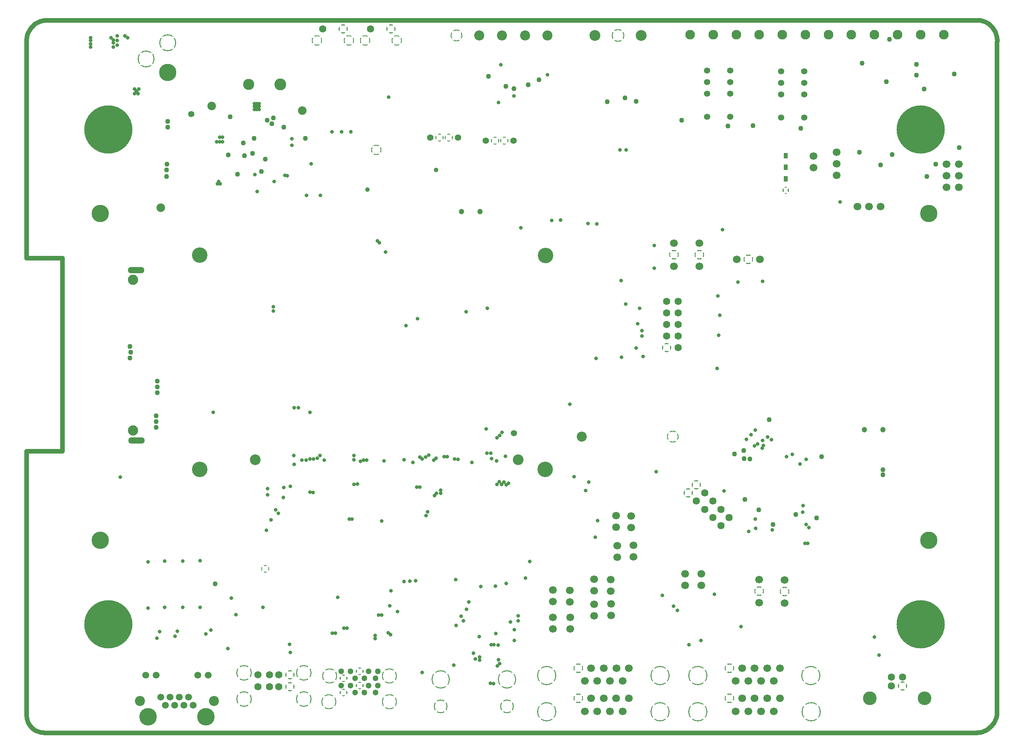
<source format=gbr>
%FSTAX23Y23*%
%MOIN*%
%SFA1B1*%

%IPPOS*%
%AMD154*
1,1,0.145669,0.000000,0.000000*
1,0,0.129921,0.000000,0.000000*
4,0,4,0.044500,0.058400,-0.058400,-0.044500,-0.044500,-0.058400,0.058400,0.044500,0.044500,0.058400,0.0*
4,0,4,-0.044500,0.058400,0.058400,-0.044500,0.044500,-0.058400,-0.058400,0.044500,-0.044500,0.058400,0.0*
%
%AMD155*
1,1,0.082677,0.000000,0.000000*
1,0,0.066929,0.000000,0.000000*
4,0,4,0.022300,0.036100,-0.036100,-0.022300,-0.022300,-0.036100,0.036100,0.022300,0.022300,0.036100,0.0*
4,0,4,-0.022300,0.036100,0.036100,-0.022300,0.022300,-0.036100,-0.036100,0.022300,-0.022300,0.036100,0.0*
%
%AMD157*
1,1,0.078740,0.000000,0.000000*
1,0,0.062992,0.000000,0.000000*
4,0,4,0.020900,0.034700,-0.034700,-0.020900,-0.020900,-0.034700,0.034700,0.020900,0.020900,0.034700,0.0*
4,0,4,-0.020900,0.034700,0.034700,-0.020900,0.020900,-0.034700,-0.034700,0.020900,-0.020900,0.034700,0.0*
%
%AMD159*
1,1,0.109370,0.000000,0.000000*
1,0,0.093622,0.000000,0.000000*
4,0,4,0.031700,0.045500,-0.045500,-0.031700,-0.031700,-0.045500,0.045500,0.031700,0.031700,0.045500,0.0*
4,0,4,-0.031700,0.045500,0.045500,-0.031700,0.031700,-0.045500,-0.045500,0.031700,-0.031700,0.045500,0.0*
%
%AMD160*
1,1,0.070866,0.000000,0.000000*
1,0,0.055118,0.000000,0.000000*
4,0,4,0.018100,0.032000,-0.032000,-0.018100,-0.018100,-0.032000,0.032000,0.018100,0.018100,0.032000,0.0*
4,0,4,-0.018100,0.032000,0.032000,-0.018100,0.018100,-0.032000,-0.032000,0.018100,-0.018100,0.032000,0.0*
%
%AMD165*
1,1,0.165354,0.000000,0.000000*
1,0,0.149606,0.000000,0.000000*
4,0,4,0.051500,0.065300,-0.065300,-0.051500,-0.051500,-0.065300,0.065300,0.051500,0.051500,0.065300,0.0*
4,0,4,-0.051500,0.065300,0.065300,-0.051500,0.051500,-0.065300,-0.065300,0.051500,-0.051500,0.065300,0.0*
%
%AMD166*
1,1,0.102362,0.000000,0.000000*
1,0,0.086614,0.000000,0.000000*
4,0,4,0.029200,0.043100,-0.043100,-0.029200,-0.029200,-0.043100,0.043100,0.029200,0.029200,0.043100,0.0*
4,0,4,-0.029200,0.043100,0.043100,-0.029200,0.029200,-0.043100,-0.043100,0.029200,-0.029200,0.043100,0.0*
%
%AMD168*
1,1,0.129921,0.000000,0.000000*
1,0,0.114173,0.000000,0.000000*
4,0,4,0.039000,0.052800,-0.052800,-0.039000,-0.039000,-0.052800,0.052800,0.039000,0.039000,0.052800,0.0*
4,0,4,-0.039000,0.052800,0.052800,-0.039000,0.039000,-0.052800,-0.052800,0.039000,-0.039000,0.052800,0.0*
%
%AMD169*
1,1,0.066929,0.000000,0.000000*
1,0,0.051181,0.000000,0.000000*
4,0,4,0.016700,0.030500,-0.030500,-0.016700,-0.016700,-0.030500,0.030500,0.016700,0.016700,0.030500,0.0*
4,0,4,-0.016700,0.030500,0.030500,-0.016700,0.016700,-0.030500,-0.030500,0.016700,-0.016700,0.030500,0.0*
%
%AMD171*
4,1,4,0.025600,-0.030600,-0.025500,-0.030600,-0.025500,0.030700,0.025600,0.030700,0.025600,-0.030600,0.0*
4,0,4,0.017800,-0.022800,-0.017700,-0.022800,-0.017700,0.022900,0.017800,0.022900,0.017800,-0.022800,0.0*
20,0,0.019685,0.000000,-0.005000,0.051100,-0.056200,0.0*
20,0,0.019685,0.000000,0.005000,-0.051100,0.056200,0.0*
20,0,0.019685,0.000000,-0.005000,-0.051100,-0.056200,0.0*
20,0,0.019685,0.000000,0.005000,0.051100,0.056200,0.0*
%
%AMD175*
1,1,0.090551,0.000000,0.000000*
1,0,0.074803,0.000000,0.000000*
4,0,4,0.025000,0.038900,-0.038900,-0.025000,-0.025000,-0.038900,0.038900,0.025000,0.025000,0.038900,0.0*
4,0,4,-0.025000,0.038900,0.038900,-0.025000,0.025000,-0.038900,-0.038900,0.025000,-0.025000,0.038900,0.0*
%
%AMD179*
1,1,0.079370,0.000000,0.000000*
1,0,0.063622,0.000000,0.000000*
4,0,4,0.021100,0.034900,-0.034900,-0.021100,-0.021100,-0.034900,0.034900,0.021100,0.021100,0.034900,0.0*
4,0,4,-0.021100,0.034900,0.034900,-0.021100,0.021100,-0.034900,-0.034900,0.021100,-0.021100,0.034900,0.0*
%
%AMD180*
1,1,0.133858,0.000000,0.000000*
1,0,0.118110,0.000000,0.000000*
4,0,4,0.040400,0.054200,-0.054200,-0.040400,-0.040400,-0.054200,0.054200,0.040400,0.040400,0.054200,0.0*
4,0,4,-0.040400,0.054200,0.054200,-0.040400,0.040400,-0.054200,-0.054200,0.040400,-0.040400,0.054200,0.0*
%
%AMD182*
1,1,0.089370,0.000000,0.000000*
1,0,0.073622,0.000000,0.000000*
4,0,4,0.024600,0.038500,-0.038500,-0.024600,-0.024600,-0.038500,0.038500,0.024600,0.024600,0.038500,0.0*
4,0,4,-0.024600,0.038500,0.038500,-0.024600,0.024600,-0.038500,-0.038500,0.024600,-0.024600,0.038500,0.0*
%
%AMD184*
1,1,0.118110,0.000000,0.000000*
1,0,0.102362,0.000000,0.000000*
4,0,4,0.034800,0.048600,-0.048600,-0.034800,-0.034800,-0.048600,0.048600,0.034800,0.034800,0.048600,0.0*
4,0,4,-0.034800,0.048600,0.048600,-0.034800,0.034800,-0.048600,-0.048600,0.034800,-0.034800,0.048600,0.0*
%
%AMD185*
1,1,0.157480,0.000000,0.000000*
1,0,0.141732,0.000000,0.000000*
4,0,4,0.048700,0.062600,-0.062600,-0.048700,-0.048700,-0.062600,0.062600,0.048700,0.048700,0.062600,0.0*
4,0,4,-0.048700,0.062600,0.062600,-0.048700,0.048700,-0.062600,-0.062600,0.048700,-0.048700,0.062600,0.0*
%
%AMD186*
1,1,0.069370,0.000000,0.000000*
1,0,0.053622,0.000000,0.000000*
4,0,4,0.017500,0.031400,-0.031400,-0.017500,-0.017500,-0.031400,0.031400,0.017500,0.017500,0.031400,0.0*
4,0,4,-0.017500,0.031400,0.031400,-0.017500,0.017500,-0.031400,-0.031400,0.017500,-0.017500,0.031400,0.0*
%
%ADD115C,0.066929*%
%ADD117C,0.149606*%
%ADD118C,0.062992*%
%ADD120C,0.055118*%
%ADD137C,0.051181*%
%ADD144C,0.118110*%
%ADD153C,0.039370*%
G04~CAMADD=154~12~0.0~0.0~0.0~0.0~0.0~0.0~0~1456.7~1299.2~0.0~45.0~4~196.8~0.0~0.0~0.0~0~0.0~0.0~0.0~0.0~1456.7~1456.7*
%ADD154D154*%
G04~CAMADD=155~12~0.0~0.0~0.0~0.0~0.0~0.0~0~826.8~669.3~0.0~45.0~4~196.8~0.0~0.0~0.0~0~0.0~0.0~0.0~0.0~826.8~826.8*
%ADD155D155*%
%ADD156C,0.092622*%
G04~CAMADD=157~12~0.0~0.0~0.0~0.0~0.0~0.0~0~787.4~629.9~0.0~45.0~4~196.8~0.0~0.0~0.0~0~0.0~0.0~0.0~0.0~787.4~787.4*
%ADD157D157*%
%ADD158C,0.093622*%
G04~CAMADD=159~12~0.0~0.0~0.0~0.0~0.0~0.0~0~1093.7~936.2~0.0~45.0~4~196.8~0.0~0.0~0.0~0~0.0~0.0~0.0~0.0~1093.7~1093.7*
%ADD159D159*%
G04~CAMADD=160~12~0.0~0.0~0.0~0.0~0.0~0.0~0~708.7~551.2~0.0~45.0~4~196.8~0.0~0.0~0.0~0~0.0~0.0~0.0~0.0~708.7~708.7*
%ADD160D160*%
%ADD161C,0.088622*%
%ADD162O,0.143622X0.053622*%
%ADD163C,0.102362*%
%ADD164C,0.096457*%
G04~CAMADD=165~12~0.0~0.0~0.0~0.0~0.0~0.0~0~1653.5~1496.1~0.0~45.0~4~196.8~0.0~0.0~0.0~0~0.0~0.0~0.0~0.0~1653.5~1653.5*
%ADD165D165*%
G04~CAMADD=166~12~0.0~0.0~0.0~0.0~0.0~0.0~0~1023.6~866.1~0.0~45.0~4~196.8~0.0~0.0~0.0~0~0.0~0.0~0.0~0.0~1023.6~1023.6*
%ADD166D166*%
%ADD167C,0.086614*%
G04~CAMADD=168~12~0.0~0.0~0.0~0.0~0.0~0.0~0~1299.2~1141.7~0.0~45.0~4~196.8~0.0~0.0~0.0~0~0.0~0.0~0.0~0.0~1299.2~1299.2*
%ADD168D168*%
G04~CAMADD=169~12~0.0~0.0~0.0~0.0~0.0~0.0~0~669.3~511.8~0.0~45.0~4~196.8~0.0~0.0~0.0~0~0.0~0.0~0.0~0.0~669.3~669.3*
%ADD169D169*%
%ADD170R,0.035433X0.045622*%
%ADD171D171*%
%ADD172C,0.043307*%
%ADD173C,0.083622*%
%ADD174C,0.047244*%
G04~CAMADD=175~12~0.0~0.0~0.0~0.0~0.0~0.0~0~905.5~748.0~0.0~45.0~4~196.8~0.0~0.0~0.0~0~0.0~0.0~0.0~0.0~905.5~905.5*
%ADD175D175*%
%ADD176C,0.059055*%
%ADD177C,0.151575*%
%ADD178C,0.063622*%
G04~CAMADD=179~12~0.0~0.0~0.0~0.0~0.0~0.0~0~793.7~636.2~0.0~45.0~4~196.8~0.0~0.0~0.0~0~0.0~0.0~0.0~0.0~793.7~793.7*
%ADD179D179*%
G04~CAMADD=180~12~0.0~0.0~0.0~0.0~0.0~0.0~0~1338.6~1181.1~0.0~45.0~4~196.8~0.0~0.0~0.0~0~0.0~0.0~0.0~0.0~1338.6~1338.6*
%ADD180D180*%
%ADD181C,0.073622*%
G04~CAMADD=182~12~0.0~0.0~0.0~0.0~0.0~0.0~0~893.7~736.2~0.0~45.0~4~196.8~0.0~0.0~0.0~0~0.0~0.0~0.0~0.0~893.7~893.7*
%ADD182D182*%
%ADD183C,0.053622*%
G04~CAMADD=184~12~0.0~0.0~0.0~0.0~0.0~0.0~0~1181.1~1023.6~0.0~45.0~4~196.8~0.0~0.0~0.0~0~0.0~0.0~0.0~0.0~1181.1~1181.1*
%ADD184D184*%
G04~CAMADD=185~12~0.0~0.0~0.0~0.0~0.0~0.0~0~1574.8~1417.3~0.0~45.0~4~196.8~0.0~0.0~0.0~0~0.0~0.0~0.0~0.0~1574.8~1574.8*
%ADD185D185*%
G04~CAMADD=186~12~0.0~0.0~0.0~0.0~0.0~0.0~0~693.7~536.2~0.0~45.0~4~196.8~0.0~0.0~0.0~0~0.0~0.0~0.0~0.0~693.7~693.7*
%ADD186D186*%
%ADD187C,0.053622*%
%ADD188C,0.133858*%
%ADD189C,0.149606*%
%ADD190C,0.417323*%
%ADD191C,0.031496*%
%ADD192C,0.043307*%
%ADD193C,0.038622*%
%LNsyncbox_copper_plane_1-1*%
%LPD*%
G54D115*
X0633Y01321D03*
Y01121D03*
X06549Y01319D03*
Y01119D03*
X05814Y04231D03*
Y04031D03*
X05593Y04231D03*
Y04031D03*
X06136Y04092D03*
X06336D03*
X0718Y0455D03*
X0728D03*
X0738D03*
X0795Y04915D03*
Y04815D03*
Y04715D03*
X08055Y04915D03*
Y04815D03*
Y04715D03*
X07Y0502D03*
Y0492D03*
Y0482D03*
X04697Y00996D03*
Y00896D03*
X05222Y01771D03*
Y01871D03*
X05093Y01774D03*
Y01874D03*
X04548Y00994D03*
Y00894D03*
X0505Y01111D03*
Y01011D03*
X04694Y01129D03*
Y01229D03*
X04547Y01132D03*
Y01232D03*
X04903Y01008D03*
Y01108D03*
X05242Y01618D03*
Y01518D03*
X05104Y01617D03*
Y01517D03*
X0583Y01272D03*
Y01372D03*
X0569Y01273D03*
Y01373D03*
X05048Y01223D03*
Y01323D03*
X04903Y01325D03*
Y01225D03*
X068Y04985D03*
Y04885D03*
X0504Y00445D03*
X04931D03*
X04822D03*
X05204Y00295D03*
X05094D03*
X04985D03*
X04876D03*
X05149Y00183D03*
X0504D03*
X04931D03*
X04822D03*
X05204Y00557D03*
X05095D03*
X04985D03*
X04876D03*
X05149Y00445D03*
X06346D03*
X06237D03*
X06128D03*
X0651Y00295D03*
X064D03*
X06291D03*
X06182D03*
X06455Y00183D03*
X06346D03*
X06237D03*
X06128D03*
X0651Y00557D03*
X06401D03*
X06291D03*
X06182D03*
X06455Y00445D03*
G54D117*
X01215Y05709D03*
G54D118*
X0553Y0373D03*
Y0363D03*
Y0353D03*
Y0343D03*
X0563Y0373D03*
Y0363D03*
Y0353D03*
Y0343D03*
Y0333D03*
X07472Y00401D03*
Y0048D03*
X07571D03*
X02556Y06084D03*
X02971D03*
X01997Y005D03*
X02096D03*
X02175D03*
Y00397D03*
X02096D03*
X01997D03*
G54D120*
X03725Y05145D03*
X03488D03*
X04205Y0512D03*
X03968D03*
G54D137*
X03013Y00345D03*
X02915D03*
X02836D03*
X02718Y00404D03*
X02796D03*
X02954D03*
X03033D03*
Y0053D03*
X02954D03*
X02796D03*
X02718D03*
X02836Y0047D03*
X02915D03*
X03013D03*
G54D144*
X07285Y00295D03*
X07759D03*
G54D153*
X-00003Y0015D02*
D01*
X-00003Y00149*
Y00149*
Y00149*
X-00003Y00149*
Y00149*
X0Y02433D02*
D01*
X0Y02433*
X0Y02432*
X0Y02432*
X0Y02432*
X-00001Y02432*
X-00001Y02432*
X-00001Y02432*
X-00001Y02432*
X-00001Y02432*
X-00001Y02432*
X-00002Y02432*
X-00002Y02432*
X-00002Y02431*
X-00002Y02431*
X-00002Y02431*
X-00002Y02431*
X-00002Y02431*
X-00002Y0243*
X-00002Y0243*
X-00002Y0243*
X-00002Y0243*
X-00003Y0243*
X-00003Y0243*
Y04105D02*
D01*
X-00003Y04104*
X-00002Y04104*
X-00002Y04104*
X-00002Y04104*
X-00002Y04103*
X-00002Y04103*
X-00002Y04103*
X-00002Y04103*
X-00002Y04103*
X-00002Y04103*
X-00002Y04102*
X-00002Y04102*
X-00001Y04102*
X-00001Y04102*
X-00001Y04102*
X-00001Y04102*
X-00001Y04102*
X0Y04102*
X0Y04102*
X0Y04102*
X0Y04102*
X0Y04101*
X0Y04101*
X-00003Y05982D02*
D01*
X-00003Y05981*
X-00003Y05981*
Y0598*
X-00003Y0598*
X-00003Y05979*
X-00002Y05996D02*
D01*
X-00002Y05996*
X-00002Y05996*
X-00002Y05996*
X-00002Y05996*
X-00002Y05995*
X-00002Y05995*
X-00002Y05995*
X-00002Y05995*
X-00003Y05995*
X-00003Y05995*
X0016Y06159D02*
D01*
X00148Y06158*
X00135Y06155*
X00123Y06152*
X00111Y06148*
X001Y06143*
X00089Y06138*
X00078Y06131*
X00068Y06124*
X00058Y06116*
X00049Y06107*
X0004Y06098*
X00033Y06089*
X00025Y06078*
X00019Y06068*
X00013Y06056*
X00008Y06045*
X00004Y06033*
X00001Y06021*
X0Y06009*
X-00002Y05996*
X00162Y0616D02*
D01*
X00162Y0616*
X00162Y0616*
X00161Y0616*
X00161Y0616*
X00161Y0616*
X00161Y0616*
X00161Y0616*
X0016Y0616*
X0016Y06159*
X0016Y06159*
X08228Y0616D02*
D01*
X08228Y0616*
X08228Y0616*
X08228Y0616*
X08227Y0616*
X08227Y0616*
X08227Y0616*
X08227*
X08388Y06D02*
D01*
X08387Y06012*
X08384Y06024*
X08381Y06036*
X08377Y06047*
X08373Y06059*
X08367Y0607*
X08361Y0608*
X08354Y0609*
X08346Y061*
X08338Y06109*
X08329Y06117*
X0832Y06125*
X0831Y06132*
X08299Y06138*
X08288Y06144*
X08277Y06148*
X08265Y06152*
X08254Y06156*
X08242Y06158*
X0823Y0616*
X08228Y0616*
X08388Y05999D02*
D01*
X08388Y05999*
X08388Y05999*
X08388Y05999*
X08388Y06*
X08388Y06*
X08388Y06*
X08388Y06*
X08389Y05985D02*
D01*
X08389Y05988*
X08389Y0599*
X08389Y05992*
X08388Y05994*
X08388Y05996*
Y05974D02*
D01*
X08388Y05977*
X08389Y05979*
X08389Y05981*
X08389Y05983*
X08389Y05985*
X08388Y00169D02*
D01*
X08388Y00169*
X08388Y0017*
X08388Y0017*
X08388Y0017*
X08388Y0017*
X08388Y0017*
X08216Y-00002D02*
D01*
X08228Y-00001*
X08241Y0*
X08254Y00003*
X08266Y00007*
X08278Y00011*
X08289Y00017*
X083Y00023*
X08311Y0003*
X08321Y00038*
X08331Y00046*
X0834Y00056*
X08348Y00065*
X08356Y00076*
X08363Y00086*
X08369Y00098*
X08374Y00109*
X08379Y00121*
X08382Y00134*
X08385Y00146*
X08387Y00159*
X08388Y00169*
X08215Y-00003D02*
D01*
X08215Y-00003*
X08215Y-00002*
X08215Y-00002*
X08215Y-00002*
X08216Y-00002*
X08216Y-00002*
X08199Y-00003D02*
D01*
X08202Y-00003*
X08204Y-00003*
X08206*
X08208Y-00003*
X0821Y-00003*
X08199Y-00003D02*
D01*
X08199*
X08199*
X08199*
X08199Y-00003*
X08199*
X-00003Y00149D02*
D01*
X-00002Y00139*
X-00001Y00128*
X0Y00118*
X00002Y00107*
X00006Y00097*
X0001Y00087*
X00014Y00078*
X0002Y00068*
X00026Y00059*
X00032Y00051*
X00039Y00043*
X00047Y00036*
X00055Y00029*
X00064Y00023*
X00073Y00017*
X00082Y00012*
X00092Y00008*
X00102Y00004*
X00112Y00001*
X00123Y0*
X00133Y-00002*
X00144Y-00002*
X00149Y-00003*
X-00003Y00149D02*
D01*
Y00149*
X-00003Y00149*
Y00149*
X-00003Y00149*
Y00149*
Y04105D02*
Y05979D01*
X0Y04101D02*
X00306D01*
Y02433D02*
Y04101D01*
X0Y02433D02*
X00306D01*
X-00003Y0015D02*
Y0243D01*
X00149Y-00003D02*
X08199D01*
X08199Y-00003D02*
X08199Y-00003D01*
X0821D02*
X08215D01*
X08216Y-00002D02*
D01*
X08388Y00169D02*
D01*
X08388Y0017D02*
Y05974D01*
Y05996D02*
Y05999D01*
X08388Y06D02*
D01*
X08228Y0616D02*
D01*
X00162Y0616D02*
X08227D01*
X0016Y06159D02*
Y06159D01*
X-00002Y05996D02*
D01*
X-00003Y05982D02*
Y05995D01*
G54D154*
X01029Y05827D03*
X01215Y05965D03*
G54D155*
X0633Y01221D03*
X06549Y01219D03*
X05814Y04131D03*
X05593D03*
X06236Y04092D03*
X04767Y00295D03*
Y00556D03*
X06073Y00295D03*
Y00556D03*
G54D156*
X01973Y02359D03*
X04245D03*
G54D157*
X0553Y0333D03*
X07571Y00401D03*
X02733Y06084D03*
X03148D03*
X02273Y00397D03*
Y005D03*
G54D158*
X0531Y0603D03*
X0491D03*
G54D159*
X0511Y0603D03*
G54D160*
X03646Y05145D03*
X03567D03*
X04126Y0512D03*
X04047D03*
G54D161*
X00915Y02611D03*
Y03917D03*
G54D162*
X00946Y02527D03*
X00944Y04D03*
G54D163*
X0219Y05605D03*
G54D164*
X01915Y05605D03*
G54D165*
X04494Y00178D03*
X05473Y0018D03*
X04493Y00493D03*
X05472Y00491D03*
X058Y00178D03*
X06779Y0018D03*
X05799Y00493D03*
X06778Y00491D03*
G54D166*
X03714Y0603D03*
X05584Y0256D03*
G54D167*
X03911Y0603D03*
X04108D03*
X04305D03*
X04501D03*
X00975Y00272D03*
X01615D03*
X04796Y0256D03*
G54D168*
X02616Y00489D03*
X02611Y00266D03*
X03134Y00489D03*
Y00266D03*
G54D169*
X02737Y00345D03*
X02875Y00404D03*
Y0053D03*
X02737Y0047D03*
G54D170*
X0656Y0499D03*
Y0489D03*
Y0479D03*
G54D171*
X0656Y0469D03*
G54D172*
X074Y02273D03*
Y0223D03*
G54D173*
X05733Y06035D03*
X05932D03*
X06132D03*
X06331D03*
X0653D03*
X0673D03*
X06929D03*
X07128D03*
X07327D03*
X07527D03*
X07726D03*
X07925D03*
G54D174*
X07241Y0262D03*
X07399D03*
X03758Y04507D03*
X03915D03*
G54D175*
X02782Y05985D03*
X02507D03*
X02922D03*
X03197D03*
G54D176*
X01435Y00237D03*
X01395Y00307D03*
X01355Y00237D03*
X01315Y00307D03*
X01275Y00237D03*
X01235Y00307D03*
X01195Y00237D03*
X01155Y00307D03*
X01475Y00497D03*
X01565D03*
X01115D03*
X01025D03*
G54D177*
X01045Y00137D03*
X01545D03*
G54D178*
X06071Y0186D03*
X06Y0193D03*
X0593Y02001D03*
X05859Y02072D03*
X06Y01789D03*
X0593Y0186D03*
X05859Y0193D03*
X05788Y02001D03*
G54D179*
X05788Y02142D03*
X05717Y02072D03*
G54D180*
X02394Y0029D03*
X01876D03*
X02394Y00514D03*
X01876D03*
G54D181*
X02381Y0538D03*
X01155Y0454D03*
X01595Y0542D03*
G54D182*
X0302Y0504D03*
G54D183*
X0588Y05325D03*
Y05525D03*
Y05625D03*
Y05725D03*
X0608D03*
Y05625D03*
Y05525D03*
Y05325D03*
X0652Y0532D03*
Y0552D03*
Y0562D03*
Y0572D03*
X0672D03*
Y0562D03*
Y0552D03*
Y0532D03*
G54D184*
X04149Y00224D03*
X03578D03*
G54D185*
X03578Y00459D03*
X04149D03*
G54D186*
X0206Y01417D03*
G54D187*
X0421Y0259D03*
X0142Y0535D03*
G54D188*
X01492Y0413D03*
X04483Y04125D03*
X01493Y02277D03*
X04481Y02276D03*
G54D189*
X07798Y04488D03*
Y01663D03*
X00632D03*
Y04488D03*
G54D190*
X07727Y00936D03*
Y05215D03*
X00703Y00936D03*
Y05215D03*
G54D191*
X0371Y00924D03*
X05424Y04015D03*
X05441Y02255D03*
X0473Y02212D03*
X04245Y00964D03*
X04246Y01008D03*
X06146Y03894D03*
X06359Y03901D03*
X05423Y04213D03*
X04049Y01267D03*
X02739Y00902D03*
X02768Y00903D03*
X04054Y00854D03*
X04181Y00954D03*
X0336Y01313D03*
X03707Y01322D03*
X0331Y0131D03*
X03068Y01829D03*
X0326Y01306D03*
X03924Y01262D03*
X03415Y0052D03*
X04214Y00795D03*
X04214Y00888D03*
X05944Y01197D03*
X05494Y01186D03*
X04077Y0545D03*
X06013Y04349D03*
X0483Y02093D03*
X03754Y01005D03*
X03773Y00965D03*
X0401Y02415D03*
X03975Y02416D03*
X038Y01065D03*
X03202Y01046D03*
X02883Y02346D03*
X03088Y02348D03*
X04692Y02839D03*
X02685Y01168D03*
X03048Y04234D03*
X03029Y04252D03*
X06761Y01773D03*
X0622Y02535D03*
X0626Y02575D03*
X06298Y02615D03*
X06358Y02459D03*
X06365Y02483D03*
X06404Y02555D03*
X06438Y02533D03*
X05179Y0504D03*
X05126Y05038D03*
X0671Y01963D03*
X06174Y00915D03*
X06444Y01751D03*
X06682Y02323D03*
X06615Y02407D03*
X06241Y0174D03*
X063Y01766D03*
X06565Y02385D03*
X05722Y00758D03*
X05828Y00796D03*
X04912Y01688D03*
X04932Y01831D03*
X04928Y044D03*
X0485Y04401D03*
X04856Y02165D03*
X05622Y01055D03*
X05591Y01092D03*
X03145Y01225D03*
X03689Y00581D03*
X03462Y01909D03*
X0345Y01874D03*
X03727Y02361D03*
X03632Y02384D03*
X03607D03*
X03397Y02382D03*
X03415Y02364D03*
X0337Y02123D03*
X03396D03*
X03473Y02399D03*
X03445Y02381D03*
X03541Y02068D03*
X03523Y0205D03*
X03577Y02069D03*
Y02095D03*
X03516Y02354D03*
X03535Y02373D03*
X02825Y02395D03*
Y0236D03*
X02473Y02076D03*
X02447Y0208D03*
X02826Y02145D03*
X02855Y0215D03*
X02475Y02365D03*
X02445D03*
X02532Y02397D03*
X0251Y02371D03*
X0304Y01015D03*
X03066Y01015D03*
X02936Y02356D03*
X0291Y02355D03*
X03142Y00844D03*
X03123Y00862D03*
X02811Y01845D03*
X02785D03*
X03009Y00812D03*
Y00838D03*
X02639Y0086D03*
X02666Y00859D03*
X0227Y00762D03*
X02275Y00692D03*
X01737Y00727D03*
X01655Y04766D03*
X0055Y0601D03*
Y05985D03*
Y05955D03*
Y0593D03*
X0087Y0601D03*
X00745Y0599D03*
Y05965D03*
Y0593D03*
X0078Y06025D03*
Y05985D03*
Y05945D03*
X00725Y0601D03*
X00845Y06025D03*
X0397Y02627D03*
X0223Y0482D03*
X0225Y04815D03*
X0229Y0508D03*
X00805Y0221D03*
X02536Y04645D03*
X02415D03*
X02135Y04765D03*
X0161Y0277D03*
X02445D03*
X0257Y02355D03*
X0231Y0232D03*
X02305Y02395D03*
X02309Y0281D03*
X02346D03*
X0213Y03683D03*
Y03646D03*
X02376Y02355D03*
X02414D03*
X0427Y04365D03*
X0398Y0367D03*
X04135Y0239D03*
X0406Y0235D03*
X04015Y0237D03*
X03275Y0352D03*
X03375Y0358D03*
X03796Y03638D03*
X0326Y0236D03*
X03335Y02335D03*
X03695Y02365D03*
X03845Y02335D03*
X01805Y0102D03*
X02174Y01895D03*
X0207Y0175D03*
X02275Y0213D03*
X02215Y02033D03*
X0222Y02119D03*
X0211Y0184D03*
X02149Y01925D03*
X0208Y02055D03*
Y0211D03*
X04144Y0129D03*
X04347Y0148D03*
X06025Y0209D03*
X0599Y0361D03*
X0431Y01336D03*
X01495Y01487D03*
X01345Y01482D03*
X0119D03*
X01045Y01477D03*
X0159Y00887D03*
X01545Y00852D03*
X013Y00877D03*
X0128Y00832D03*
X01123Y00817D03*
X01145Y00872D03*
X01495Y01082D03*
X01345D03*
X0119D03*
X01045Y01077D03*
X03135Y01095D03*
X07365Y0067D03*
X07325Y00825D03*
X06735Y018D03*
X0629Y0248D03*
X06315Y02495D03*
X0636Y02525D03*
X028Y05195D03*
X0272D03*
X02635D03*
X01965Y0539D03*
Y05415D03*
Y0544D03*
X01985Y0539D03*
Y05415D03*
Y0544D03*
X02005Y0539D03*
Y05415D03*
Y0544D03*
X0167Y04745D03*
X01645D03*
X0164Y0511D03*
X01665D03*
Y0515D03*
X0169Y0511D03*
Y0515D03*
X0229Y05135D03*
X045Y0569D03*
X05965Y0315D03*
X0598Y03435D03*
X06295Y01845D03*
X06737Y02363D03*
X06751Y01635D03*
X06725D03*
X0204Y01082D03*
X01765Y01162D03*
X02455Y0492D03*
X0199Y0468D03*
X0197Y04825D03*
X05315Y03475D03*
X0492Y03235D03*
X0514Y03245D03*
X05325Y03252D03*
X05265Y03325D03*
X05315Y0343D03*
X05135Y0391D03*
X05175Y03705D03*
X05295Y0367D03*
X0528Y03535D03*
X05973Y03776D03*
X0421Y05505D03*
X04095Y05775D03*
X06705Y01905D03*
X04535Y0443D03*
X04613Y04431D03*
X04064Y02549D03*
X04085Y0257D03*
X04105Y02595D03*
X04162Y02157D03*
X04143Y02141D03*
X04123Y02166D03*
X04103Y02146D03*
X04084Y0217D03*
X04064Y02145D03*
X03819Y0113D03*
X0703Y0459D03*
X031Y04155D03*
X03125Y05495D03*
X00965Y05565D03*
X0093D03*
Y05525D03*
X0096D03*
X00945Y05545D03*
X03861Y00684D03*
X03877Y00634D03*
X03914Y00652D03*
X04033Y00421D03*
X03914Y00626D03*
X04006Y00424D03*
X04013Y0076D03*
X04068Y00576D03*
X04038Y0076D03*
X04086Y00594D03*
X04075Y0063D03*
X04072Y00757D03*
X03911Y0083D03*
G54D192*
X01755Y05325D03*
X0121Y04915D03*
X06825Y01855D03*
X0206Y0496D03*
X01125Y0299D03*
Y0294D03*
Y0304D03*
X0089Y0334D03*
X00895Y0329D03*
X0089Y0324D03*
X0517Y0549D03*
X0566Y05295D03*
X06275Y0525D03*
X0778Y0481D03*
X07195Y0502D03*
X0806Y0506D03*
X02026Y04853D03*
X06195Y0244D03*
X062Y0237D03*
X06115Y0241D03*
X06415Y02705D03*
X0625Y02365D03*
X0687Y02385D03*
X0645Y018D03*
X06325Y01925D03*
X06208Y02015D03*
X0748Y05D03*
X0738Y0491D03*
X07855Y04915D03*
X0743Y0563D03*
X07455Y05995D03*
X07755Y05565D03*
X0769Y05685D03*
Y0578D03*
X0722Y0579D03*
X0606Y05245D03*
X0669Y05224D03*
X05015Y05455D03*
X05265Y0546D03*
X0421Y0557D03*
X0399Y05675D03*
X0414Y0559D03*
X04333Y05603D03*
X04425Y05645D03*
X01215Y05235D03*
Y05285D03*
X01205Y0481D03*
Y04865D03*
X0213Y05315D03*
X0182Y0483D03*
X0195Y0501D03*
X02405Y0514D03*
X02115Y05265D03*
X02075Y05295D03*
X0222Y05235D03*
X0188Y0499D03*
X0174Y04995D03*
X06645Y01885D03*
X01625Y01285D03*
X0187Y051D03*
X01963Y05138D03*
X01115Y0274D03*
Y0269D03*
Y0264D03*
X08015Y05695D03*
G54D193*
X02944Y04695D03*
X03535Y04865D03*
M02*
</source>
